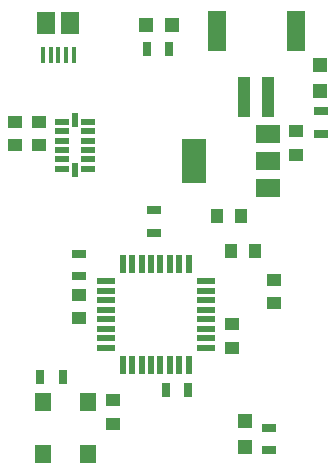
<source format=gbr>
G04 #@! TF.GenerationSoftware,KiCad,Pcbnew,5.0.0-fee4fd1~66~ubuntu16.04.1*
G04 #@! TF.CreationDate,2019-02-25T08:40:39-05:00*
G04 #@! TF.ProjectId,circuit,636972637569742E6B696361645F7063,rev?*
G04 #@! TF.SameCoordinates,Original*
G04 #@! TF.FileFunction,Paste,Top*
G04 #@! TF.FilePolarity,Positive*
%FSLAX46Y46*%
G04 Gerber Fmt 4.6, Leading zero omitted, Abs format (unit mm)*
G04 Created by KiCad (PCBNEW 5.0.0-fee4fd1~66~ubuntu16.04.1) date Mon Feb 25 08:40:39 2019*
%MOMM*%
%LPD*%
G01*
G04 APERTURE LIST*
%ADD10R,1.145000X0.550000*%
%ADD11R,0.550000X1.145000*%
%ADD12R,1.250000X1.000000*%
%ADD13R,1.000000X1.250000*%
%ADD14R,1.200000X1.200000*%
%ADD15R,1.000000X3.500000*%
%ADD16R,1.500000X3.400000*%
%ADD17R,1.300000X0.700000*%
%ADD18R,0.700000X1.300000*%
%ADD19R,1.400000X1.500000*%
%ADD20R,1.600000X0.550000*%
%ADD21R,0.550000X1.600000*%
%ADD22R,1.500000X1.900000*%
%ADD23R,0.400000X1.350000*%
%ADD24R,2.000000X1.500000*%
%ADD25R,2.000000X3.800000*%
G04 APERTURE END LIST*
D10*
G04 #@! TO.C,U3*
X189643800Y-88428580D03*
X189643800Y-84428580D03*
X189643800Y-87628580D03*
X189643800Y-85228580D03*
X191838800Y-84428580D03*
X191838800Y-85228580D03*
X191838800Y-88428580D03*
X191838800Y-87628580D03*
X189643800Y-86028580D03*
X189643800Y-86828580D03*
X191838800Y-86028580D03*
X191838800Y-86828580D03*
D11*
X190741300Y-84331080D03*
X190741300Y-88526080D03*
G04 #@! TD*
D12*
G04 #@! TO.C,C1*
X193987420Y-108022640D03*
X193987420Y-110022640D03*
G04 #@! TD*
G04 #@! TO.C,C4*
X207627220Y-97818700D03*
X207627220Y-99818700D03*
G04 #@! TD*
D13*
G04 #@! TO.C,C5*
X204005940Y-95410020D03*
X206005940Y-95410020D03*
G04 #@! TD*
D12*
G04 #@! TO.C,C6*
X191117220Y-101068380D03*
X191117220Y-99068380D03*
G04 #@! TD*
G04 #@! TO.C,C7*
X204099160Y-103572060D03*
X204099160Y-101572060D03*
G04 #@! TD*
D14*
G04 #@! TO.C,D1*
X198948400Y-76248260D03*
X196748400Y-76248260D03*
G04 #@! TD*
G04 #@! TO.C,D2*
X205173580Y-109816720D03*
X205173580Y-112016720D03*
G04 #@! TD*
G04 #@! TO.C,D3*
X211528660Y-79651500D03*
X211528660Y-81851500D03*
G04 #@! TD*
D15*
G04 #@! TO.C,J1*
X207116680Y-82344260D03*
X205116680Y-82344260D03*
D16*
X209466680Y-76794260D03*
X202766680Y-76794260D03*
G04 #@! TD*
D17*
G04 #@! TO.C,R1*
X207180180Y-110368040D03*
X207180180Y-112268040D03*
G04 #@! TD*
D18*
G04 #@! TO.C,R2*
X198750000Y-78315820D03*
X196850000Y-78315820D03*
G04 #@! TD*
D17*
G04 #@! TO.C,R3*
X211576920Y-83550720D03*
X211576920Y-85450720D03*
G04 #@! TD*
G04 #@! TO.C,R4*
X197464680Y-93847960D03*
X197464680Y-91947960D03*
G04 #@! TD*
D18*
G04 #@! TO.C,R5*
X189725380Y-106011980D03*
X187825380Y-106011980D03*
G04 #@! TD*
G04 #@! TO.C,R6*
X200367940Y-107188000D03*
X198467940Y-107188000D03*
G04 #@! TD*
D17*
G04 #@! TO.C,R7*
X191114680Y-95595400D03*
X191114680Y-97495400D03*
G04 #@! TD*
D19*
G04 #@! TO.C,U1*
X191843820Y-108157920D03*
X188043820Y-108157920D03*
X191843820Y-112557920D03*
X188043820Y-112557920D03*
G04 #@! TD*
D20*
G04 #@! TO.C,U4*
X201856920Y-103556720D03*
X201856920Y-102756720D03*
X201856920Y-101956720D03*
X201856920Y-101156720D03*
X201856920Y-100356720D03*
X201856920Y-99556720D03*
X201856920Y-98756720D03*
X201856920Y-97956720D03*
D21*
X200406920Y-96506720D03*
X199606920Y-96506720D03*
X198806920Y-96506720D03*
X198006920Y-96506720D03*
X197206920Y-96506720D03*
X196406920Y-96506720D03*
X195606920Y-96506720D03*
X194806920Y-96506720D03*
D20*
X193356920Y-97956720D03*
X193356920Y-98756720D03*
X193356920Y-99556720D03*
X193356920Y-100356720D03*
X193356920Y-101156720D03*
X193356920Y-101956720D03*
X193356920Y-102756720D03*
X193356920Y-103556720D03*
D21*
X194806920Y-105006720D03*
X195606920Y-105006720D03*
X196406920Y-105006720D03*
X197206920Y-105006720D03*
X198006920Y-105006720D03*
X198806920Y-105006720D03*
X199606920Y-105006720D03*
X200406920Y-105006720D03*
G04 #@! TD*
D22*
G04 #@! TO.C,J5*
X190349380Y-76083680D03*
D23*
X189349380Y-78783680D03*
X188699380Y-78783680D03*
X188049380Y-78783680D03*
X190649380Y-78783680D03*
X189999380Y-78783680D03*
D22*
X188349380Y-76083680D03*
G04 #@! TD*
D12*
G04 #@! TO.C,C2*
X209494120Y-85248240D03*
X209494120Y-87248240D03*
G04 #@! TD*
D13*
G04 #@! TO.C,C3*
X204819760Y-92458540D03*
X202819760Y-92458540D03*
G04 #@! TD*
D24*
G04 #@! TO.C,U2*
X207132320Y-90074780D03*
X207132320Y-85474780D03*
X207132320Y-87774780D03*
D25*
X200832320Y-87774780D03*
G04 #@! TD*
D12*
G04 #@! TO.C,C8*
X187756800Y-84437980D03*
X187756800Y-86437980D03*
G04 #@! TD*
G04 #@! TO.C,C9*
X185722260Y-86440520D03*
X185722260Y-84440520D03*
G04 #@! TD*
M02*

</source>
